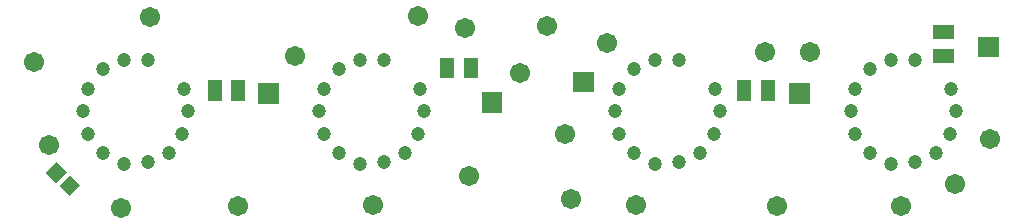
<source format=gbs>
G04 Layer: BottomSolderMaskLayer*
G04 EasyEDA v6.5.1, 2022-03-27 10:56:42*
G04 f4f8d14073c14480b57db79f537dda5a,f5a38c858c354eb5b90fd3f81420cce3,10*
G04 Gerber Generator version 0.2*
G04 Scale: 100 percent, Rotated: No, Reflected: No *
G04 Dimensions in millimeters *
G04 leading zeros omitted , absolute positions ,4 integer and 5 decimal *
%FSLAX45Y45*%
%MOMM*%

%ADD32C,1.2032*%
%ADD33C,1.2040*%
%ADD38C,1.7032*%

%LPD*%
G36*
X6784340Y-937260D02*
G01*
X6784340Y-764539D01*
X6957059Y-764539D01*
X6957059Y-937260D01*
G37*
G36*
X8384540Y-543560D02*
G01*
X8384540Y-370839D01*
X8557259Y-370839D01*
X8557259Y-543560D01*
G37*
G36*
X4180840Y-1013460D02*
G01*
X4180840Y-840739D01*
X4353559Y-840739D01*
X4353559Y-1013460D01*
G37*
G36*
X2288540Y-937260D02*
G01*
X2288540Y-764539D01*
X2461259Y-764539D01*
X2461259Y-937260D01*
G37*
D38*
G01*
X1371600Y-203200D03*
G01*
X520700Y-1282700D03*
G01*
X1130300Y-1816100D03*
G01*
X393700Y-584200D03*
G01*
X4737100Y-279400D03*
G01*
X5245100Y-419100D03*
G01*
X4038600Y-292100D03*
G01*
X4508500Y-673100D03*
G01*
X4889500Y-1193800D03*
G01*
X4940300Y-1739900D03*
G01*
X4076700Y-1549400D03*
G01*
X3263900Y-1790700D03*
G01*
X2120900Y-1803400D03*
G01*
X2603500Y-533400D03*
G01*
X3644900Y-190500D03*
G01*
X5486400Y-1790700D03*
G01*
X6680200Y-1803400D03*
G01*
X7734300Y-1803400D03*
G01*
X8191500Y-1612900D03*
G01*
X8483600Y-1231900D03*
G01*
X6578600Y-495300D03*
G01*
X6959600Y-495300D03*
G36*
X4956809Y-834389D02*
G01*
X4956809Y-664210D01*
X5126990Y-664210D01*
X5126990Y-834389D01*
G37*
G36*
X575563Y-1607820D02*
G01*
X488950Y-1524254D01*
X579373Y-1430528D01*
X665987Y-1514094D01*
G37*
G36*
X690626Y-1719071D02*
G01*
X604012Y-1635505D01*
X694436Y-1541779D01*
X781050Y-1625345D01*
G37*
G36*
X2059177Y-913129D02*
G01*
X2059177Y-737870D01*
X2179574Y-737870D01*
X2179574Y-913129D01*
G37*
G36*
X1859026Y-913129D02*
G01*
X1859026Y-737870D01*
X1979422Y-737870D01*
X1979422Y-913129D01*
G37*
G36*
X4027677Y-722629D02*
G01*
X4027677Y-547370D01*
X4148074Y-547370D01*
X4148074Y-722629D01*
G37*
G36*
X3827525Y-722629D02*
G01*
X3827525Y-547370D01*
X3947922Y-547370D01*
X3947922Y-722629D01*
G37*
G36*
X6542277Y-913129D02*
G01*
X6542277Y-737870D01*
X6662674Y-737870D01*
X6662674Y-913129D01*
G37*
G36*
X6342125Y-913129D02*
G01*
X6342125Y-737870D01*
X6462522Y-737870D01*
X6462522Y-913129D01*
G37*
G36*
X8002270Y-391921D02*
G01*
X8002270Y-271526D01*
X8177529Y-271526D01*
X8177529Y-391921D01*
G37*
G36*
X8002270Y-592073D02*
G01*
X8002270Y-471678D01*
X8177529Y-471678D01*
X8177529Y-592073D01*
G37*
D32*
G01*
X1694510Y-999997D03*
G01*
X805510Y-999997D03*
G01*
X1656410Y-809497D03*
G01*
X843610Y-809497D03*
G01*
X843610Y-1190497D03*
G01*
X1643710Y-1190497D03*
G01*
X1529410Y-1355597D03*
G01*
X970610Y-1355597D03*
G01*
X1351610Y-1431797D03*
G01*
X1148410Y-1444497D03*
D33*
G01*
X1351610Y-568197D03*
D32*
G01*
X1148410Y-568197D03*
G01*
X970610Y-644397D03*
G01*
X3694506Y-999997D03*
G01*
X2805506Y-999997D03*
G01*
X3656406Y-809497D03*
G01*
X2843606Y-809497D03*
G01*
X2843606Y-1190497D03*
G01*
X3643706Y-1190497D03*
G01*
X3529406Y-1355597D03*
G01*
X2970606Y-1355597D03*
G01*
X3351606Y-1431797D03*
G01*
X3148406Y-1444497D03*
D33*
G01*
X3351606Y-568197D03*
D32*
G01*
X3148406Y-568197D03*
G01*
X2970606Y-644397D03*
G01*
X6194501Y-999997D03*
G01*
X5305501Y-999997D03*
G01*
X6156401Y-809497D03*
G01*
X5343601Y-809497D03*
G01*
X5343601Y-1190497D03*
G01*
X6143701Y-1190497D03*
G01*
X6029401Y-1355597D03*
G01*
X5470601Y-1355597D03*
G01*
X5851601Y-1431797D03*
G01*
X5648401Y-1444497D03*
D33*
G01*
X5851601Y-568197D03*
D32*
G01*
X5648401Y-568197D03*
G01*
X5470601Y-644397D03*
G01*
X8194497Y-999997D03*
G01*
X7305497Y-999997D03*
G01*
X8156397Y-809497D03*
G01*
X7343597Y-809497D03*
G01*
X7343597Y-1190497D03*
G01*
X8143697Y-1190497D03*
G01*
X8029397Y-1355597D03*
G01*
X7470597Y-1355597D03*
G01*
X7851597Y-1431797D03*
G01*
X7648397Y-1444497D03*
D33*
G01*
X7851597Y-568197D03*
D32*
G01*
X7648397Y-568197D03*
G01*
X7470597Y-644397D03*
M02*

</source>
